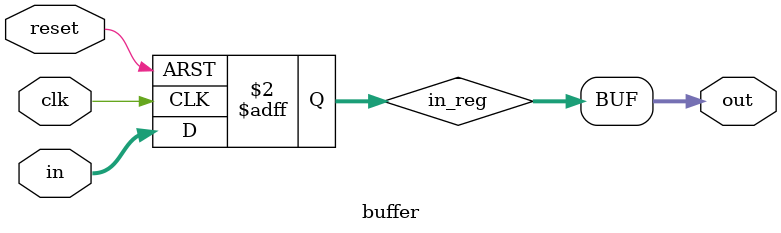
<source format=v>
/* BUFFER.v */ 

module buffer #(
    parameter integer   DATA_WIDTH     = 32
) (
    input wire                                  reset,
    input wire                                  clk,
    input wire [ DATA_WIDTH   -1 : 0]           in,
    output wire [ DATA_WIDTH   -1 : 0]          out
    
);
    reg [ DATA_WIDTH -1 : 0] in_reg;
    always @(posedge clk or posedge reset) begin
        if (reset) begin
            in_reg <= 0;
        end else begin
            in_reg <= in;
        end
    end
    assign out = in_reg;
endmodule
</source>
